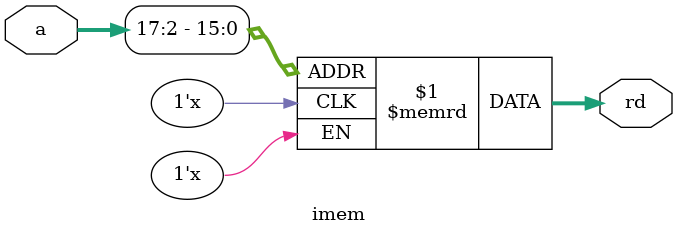
<source format=sv>
module imem(
    input logic [31:0] a,
    output logic [31:0] rd
);

    logic [31:0] RAM[65535:0]/* verilator public */;

    assign rd = RAM[a[17:2]]; // word aligned
endmodule

</source>
